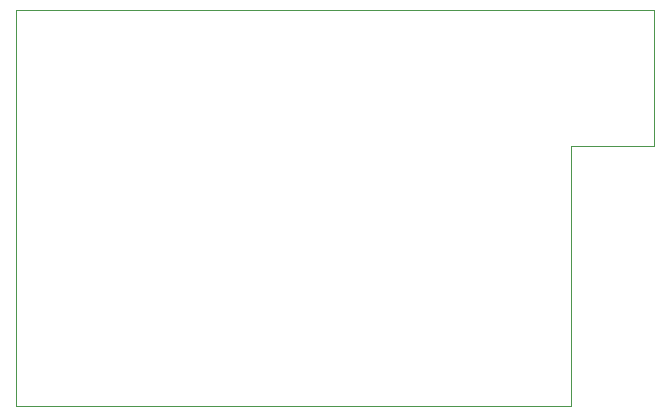
<source format=gbr>
%TF.GenerationSoftware,KiCad,Pcbnew,(5.1.6)-1*%
%TF.CreationDate,2020-05-29T18:25:57-04:00*%
%TF.ProjectId,storjNodePSU,73746f72-6a4e-46f6-9465-5053552e6b69,rev?*%
%TF.SameCoordinates,Original*%
%TF.FileFunction,Legend,Bot*%
%TF.FilePolarity,Positive*%
%FSLAX46Y46*%
G04 Gerber Fmt 4.6, Leading zero omitted, Abs format (unit mm)*
G04 Created by KiCad (PCBNEW (5.1.6)-1) date 2020-05-29 18:25:57*
%MOMM*%
%LPD*%
G01*
G04 APERTURE LIST*
%TA.AperFunction,Profile*%
%ADD10C,0.050000*%
%TD*%
G04 APERTURE END LIST*
D10*
X141500000Y-113500000D02*
X141500000Y-135500000D01*
X148500000Y-113500000D02*
X141500000Y-113500000D01*
X148500000Y-102000000D02*
X148500000Y-113500000D01*
X147000000Y-102000000D02*
X148500000Y-102000000D01*
X147000000Y-102000000D02*
X94500000Y-102000000D01*
X94500000Y-112500000D02*
X94500000Y-102000000D01*
X94500000Y-135500000D02*
X141500000Y-135500000D01*
X94500000Y-112500000D02*
X94500000Y-135500000D01*
M02*

</source>
